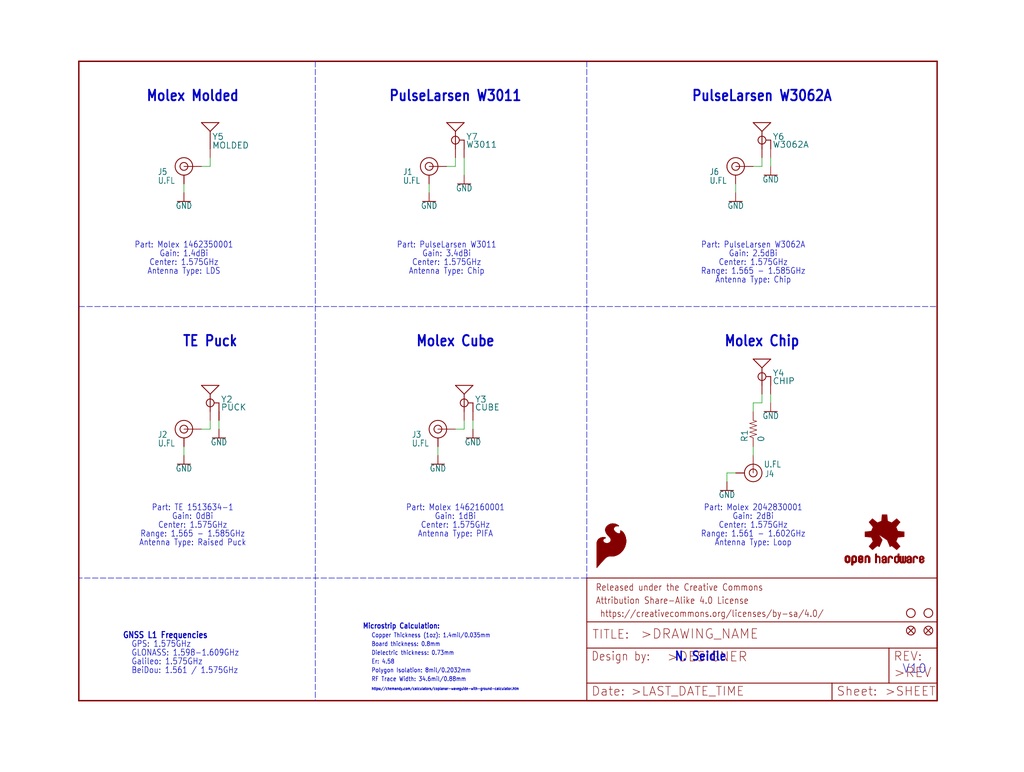
<source format=kicad_sch>
(kicad_sch (version 20211123) (generator eeschema)
  (paper "User" 297.002 223.926)
  (lib_symbols
    (symbol "eagleSchem-eagle-import:0OHM-0402-1{slash}10W"
      (property "Reference" "R" (at 0 1.524 0))
      (property "Value" "0OHM-0402-1{slash}10W" (at 0 -1.524 0))
      (symbol "0OHM-0402-1{slash}10W_1_0"
        (pin passive line (at -5.08 0 0) (length 2.54) (name "1") (number "1"))
        (pin passive line (at 5.08 0 180) (length 2.54) (name "2") (number "2"))
      )
    )
    (symbol "eagleSchem-eagle-import:FIDUCIAL1X2")
    (symbol "eagleSchem-eagle-import:FRAME-LETTER"
      (symbol "FRAME-LETTER_2_0"
        (text " https://creativecommons.org/licenses/by-sa/4.0/" (at 2.54 24.13 0) (effects (font (size 1.9304 1.6408)) (justify left bottom)))
        (text ">DESIGNER" (at 23.114 11.176 0) (effects (font (size 2.7432 2.7432)) (justify left bottom)))
        (text ">DRAWING_NAME" (at 15.494 17.78 0) (effects (font (size 2.7432 2.7432)) (justify left bottom)))
        (text ">LAST_DATE_TIME" (at 12.7 1.27 0) (effects (font (size 2.54 2.54)) (justify left bottom)))
        (text ">REV" (at 88.9 6.604 0) (effects (font (size 2.7432 2.7432)) (justify left bottom)))
        (text ">SHEET" (at 86.36 1.27 0) (effects (font (size 2.54 2.54)) (justify left bottom)))
        (text "Attribution Share-Alike 4.0 License" (at 2.54 27.94 0) (effects (font (size 1.9304 1.6408)) (justify left bottom)))
        (text "Date:" (at 1.27 1.27 0) (effects (font (size 2.54 2.54)) (justify left bottom)))
        (text "Design by:" (at 1.27 11.43 0) (effects (font (size 2.54 2.159)) (justify left bottom)))
        (text "Released under the Creative Commons" (at 2.54 31.75 0) (effects (font (size 1.9304 1.6408)) (justify left bottom)))
        (text "REV:" (at 88.9 11.43 0) (effects (font (size 2.54 2.54)) (justify left bottom)))
        (text "Sheet:" (at 72.39 1.27 0) (effects (font (size 2.54 2.54)) (justify left bottom)))
        (text "TITLE:" (at 1.524 17.78 0) (effects (font (size 2.54 2.54)) (justify left bottom)))
      )
    )
    (symbol "eagleSchem-eagle-import:GND" (power)
      (property "Value" "GND" (at 0 -0.254 0))
      (symbol "GND_1_0"
        (pin power_in line (at 0 2.54 270) (length 2.54) (name "GND") (number "1"))
      )
    )
    (symbol "eagleSchem-eagle-import:GPS_CHIP_ANTENNA2042830001"
      (property "Reference" "Y" (at 3.048 -5.08 0))
      (property "Value" "GPS_CHIP_ANTENNA2042830001" (at 3.048 -7.366 0))
      (symbol "GPS_CHIP_ANTENNA2042830001_1_0"
        (pin bidirectional line (at 2.54 -10.16 90) (length 2.54) (name "GND") (number "1"))
        (pin bidirectional line (at 2.54 -10.16 90) (length 2.54) (name "GND") (number "2"))
        (pin bidirectional line (at 2.54 -10.16 90) (length 2.54) (name "GND") (number "3"))
        (pin bidirectional line (at 0 -10.16 90) (length 2.54) (name "SIGNAL") (number "FEED"))
      )
    )
    (symbol "eagleSchem-eagle-import:GPS_CHIP_ANTENNACUBE"
      (property "Reference" "Y" (at 3.048 -5.08 0))
      (property "Value" "GPS_CHIP_ANTENNACUBE" (at 3.048 -7.366 0))
      (symbol "GPS_CHIP_ANTENNACUBE_1_0"
        (pin bidirectional line (at 0 -10.16 90) (length 2.54) (name "SIGNAL") (number "FEED"))
        (pin bidirectional line (at 2.54 -10.16 90) (length 2.54) (name "GND") (number "GND"))
      )
    )
    (symbol "eagleSchem-eagle-import:GPS_CHIP_ANTENNAPUCK"
      (property "Reference" "Y" (at 3.048 -5.08 0))
      (property "Value" "GPS_CHIP_ANTENNAPUCK" (at 3.048 -7.366 0))
      (symbol "GPS_CHIP_ANTENNAPUCK_1_0"
        (pin bidirectional line (at 2.54 -10.16 90) (length 2.54) (name "GND") (number "1"))
        (pin bidirectional line (at 2.54 -10.16 90) (length 2.54) (name "GND") (number "2"))
        (pin bidirectional line (at 2.54 -10.16 90) (length 2.54) (name "GND") (number "3"))
        (pin bidirectional line (at 0 -10.16 90) (length 2.54) (name "SIGNAL") (number "S"))
      )
    )
    (symbol "eagleSchem-eagle-import:GPS_CHIP_ANTENNAW3011"
      (property "Reference" "Y" (at 3.048 -5.08 0))
      (property "Value" "GPS_CHIP_ANTENNAW3011" (at 3.048 -7.366 0))
      (symbol "GPS_CHIP_ANTENNAW3011_1_0"
        (pin bidirectional line (at 0 -10.16 90) (length 2.54) (name "SIGNAL") (number "1"))
        (pin bidirectional line (at 2.54 -10.16 90) (length 2.54) (name "GND") (number "2"))
        (pin bidirectional line (at 2.54 -10.16 90) (length 2.54) (name "GND") (number "3"))
      )
    )
    (symbol "eagleSchem-eagle-import:GPS_CHIP_ANTENNAW3062A"
      (property "Reference" "Y" (at 3.048 -5.08 0))
      (property "Value" "GPS_CHIP_ANTENNAW3062A" (at 3.048 -7.366 0))
      (symbol "GPS_CHIP_ANTENNAW3062A_1_0"
        (pin bidirectional line (at 0 -10.16 90) (length 2.54) (name "SIGNAL") (number "FEED"))
        (pin bidirectional line (at 2.54 -10.16 90) (length 2.54) (name "GND") (number "GND"))
      )
    )
    (symbol "eagleSchem-eagle-import:GPS_CHIP_ANTENNA_NOGNDMOLDED"
      (property "Reference" "Y" (at 0.508 0 0))
      (property "Value" "GPS_CHIP_ANTENNA_NOGNDMOLDED" (at 0.508 -2.54 0))
      (symbol "GPS_CHIP_ANTENNA_NOGNDMOLDED_1_0"
        (pin bidirectional line (at 0 -5.08 90) (length 2.54) (name "SIGNAL") (number "FEED"))
      )
    )
    (symbol "eagleSchem-eagle-import:OSHW-LOGOS")
    (symbol "eagleSchem-eagle-import:SFE_LOGO_FLAME.1EXP")
    (symbol "eagleSchem-eagle-import:STAND-OFF")
    (symbol "eagleSchem-eagle-import:U.FL2PIN"
      (property "Reference" "J" (at 2.54 -5.08 0))
      (property "Value" "U.FL2PIN" (at 2.54 -7.62 0))
      (symbol "U.FL2PIN_1_0"
        (pin bidirectional line (at 0 -5.08 90) (length 2.54) (name "GND") (number "1"))
        (pin bidirectional line (at 0 -5.08 90) (length 2.54) (name "GND") (number "2"))
        (pin bidirectional line (at 5.08 0 180) (length 5.08) (name "SIGNAL") (number "FEED"))
      )
    )
  )
  (wire (pts (xy 127 132.08) (xy 127 129.54)))
  (wire (pts (xy 223.52 48.26) (xy 223.52 45.72)))
  (wire (pts (xy 210.82 137.16) (xy 210.82 139.7)))
  (wire (pts (xy 220.98 116.84) (xy 220.98 114.3)))
  (wire (pts (xy 134.62 124.46) (xy 134.62 121.92)))
  (wire (pts (xy 218.44 132.08) (xy 218.44 129.54)))
  (wire (pts (xy 213.36 55.88) (xy 213.36 53.34)))
  (wire (pts (xy 60.96 45.72) (xy 60.96 48.26)))
  (wire (pts (xy 58.42 124.46) (xy 60.96 124.46)))
  (wire (pts (xy 218.44 119.38) (xy 218.44 116.84)))
  (wire (pts (xy 220.98 48.26) (xy 220.98 45.72)))
  (wire (pts (xy 218.44 48.26) (xy 220.98 48.26)))
  (polyline (pts (xy 22.86 88.9) (xy 271.78 88.9)))
  (wire (pts (xy 60.96 48.26) (xy 58.42 48.26)))
  (wire (pts (xy 63.5 124.46) (xy 63.5 121.92)))
  (wire (pts (xy 53.34 132.08) (xy 53.34 129.54)))
  (polyline (pts (xy 91.44 17.78) (xy 91.44 203.2)))
  (wire (pts (xy 137.16 124.46) (xy 137.16 121.92)))
  (wire (pts (xy 218.44 116.84) (xy 220.98 116.84)))
  (wire (pts (xy 53.34 55.88) (xy 53.34 53.34)))
  (wire (pts (xy 134.62 45.72) (xy 134.62 50.8)))
  (wire (pts (xy 223.52 116.84) (xy 223.52 114.3)))
  (wire (pts (xy 132.08 48.26) (xy 132.08 45.72)))
  (wire (pts (xy 213.36 137.16) (xy 210.82 137.16)))
  (wire (pts (xy 60.96 124.46) (xy 60.96 121.92)))
  (polyline (pts (xy 170.18 17.78) (xy 170.18 167.64)))
  (wire (pts (xy 132.08 124.46) (xy 134.62 124.46)))
  (wire (pts (xy 124.46 53.34) (xy 124.46 55.88)))
  (wire (pts (xy 129.54 48.26) (xy 132.08 48.26)))
  (polyline (pts (xy 170.18 167.64) (xy 22.86 167.64)))
  (text "Molex Molded" (at 55.88 27.94 180) (effects (font (size 3.048 2.5908) (thickness 0.5182) bold)))
  (text "Part: Molex 1462350001" (at 53.34 71.12 180) (effects (font (size 1.778 1.5113))))
  (text "Antenna Type: Loop" (at 218.44 157.48 180) (effects (font (size 1.778 1.5113))))
  (text "Range: 1.565 - 1.585GHz" (at 55.88 154.94 180) (effects (font (size 1.778 1.5113))))
  (text "BeiDou: 1.561 / 1.575GHz" (at 38.1 195.58 180) (effects (font (size 1.778 1.5113)) (justify left bottom)))
  (text "Gain: 3.4dBi" (at 129.54 73.66 180) (effects (font (size 1.778 1.5113))))
  (text "PulseLarsen W3062A" (at 220.98 27.94 180) (effects (font (size 3.048 2.5908) (thickness 0.5182) bold)))
  (text "Center: 1.575GHz" (at 129.54 76.2 180) (effects (font (size 1.778 1.5113))))
  (text "Antenna Type: LDS" (at 53.34 78.74 180) (effects (font (size 1.778 1.5113))))
  (text "Antenna Type: Chip" (at 218.44 81.28 180) (effects (font (size 1.778 1.5113))))
  (text "GPS: 1.575GHz" (at 38.1 187.96 180) (effects (font (size 1.778 1.5113)) (justify left bottom)))
  (text "Gain: 2dBi" (at 218.44 149.86 180) (effects (font (size 1.778 1.5113))))
  (text "N. Seidle" (at 203.2 190.5 180) (effects (font (size 2.54 2.159) (thickness 0.4318) bold)))
  (text "Part: Molex 2042830001" (at 218.44 147.32 180) (effects (font (size 1.778 1.5113))))
  (text "RF Trace Width: 34.6mil/0.88mm" (at 107.696 197.866 180) (effects (font (size 1.27 1.0795)) (justify left bottom)))
  (text "Center: 1.575GHz" (at 218.44 76.2 180) (effects (font (size 1.778 1.5113))))
  (text "Part: Molex 1462160001" (at 132.08 147.32 180) (effects (font (size 1.778 1.5113))))
  (text "Gain: 2.5dBi" (at 218.44 73.66 180) (effects (font (size 1.778 1.5113))))
  (text "https://chemandy.com/calculators/coplanar-waveguide-with-ground-calculator.htm" (at 107.696 200.406 0) (effects (font (size 0.762 0.6477)) (justify left bottom)))
  (text "Part: PulseLarsen W3062A" (at 218.44 71.12 180) (effects (font (size 1.778 1.5113))))
  (text "V10" (at 261.62 195.58 180) (effects (font (size 2.54 2.54)) (justify left bottom)))
  (text "Polygon Isolation: 8mil/0.2032mm" (at 107.696 195.326 180) (effects (font (size 1.27 1.0795)) (justify left bottom)))
  (text "Galileo: 1.575GHz" (at 38.1 193.04 180) (effects (font (size 1.778 1.5113)) (justify left bottom)))
  (text "Antenna Type: Raised Puck" (at 55.88 157.48 180) (effects (font (size 1.778 1.5113))))
  (text "PulseLarsen W3011" (at 132.08 27.94 180) (effects (font (size 3.048 2.5908) (thickness 0.5182) bold)))
  (text "TE Puck" (at 60.96 99.06 180) (effects (font (size 3.048 2.5908) (thickness 0.5182) bold)))
  (text "Molex Cube" (at 132.08 99.06 180) (effects (font (size 3.048 2.5908) (thickness 0.5182) bold)))
  (text "Part: TE 1513634-1" (at 55.88 147.32 180) (effects (font (size 1.778 1.5113))))
  (text "Gain: 1.4dBi" (at 53.34 73.66 180) (effects (font (size 1.778 1.5113))))
  (text "Dielectric thickness: 0.73mm" (at 107.696 190.246 180) (effects (font (size 1.27 1.0795)) (justify left bottom)))
  (text "Center: 1.575GHz" (at 53.34 76.2 180) (effects (font (size 1.778 1.5113))))
  (text "Copper Thickness (1oz): 1.4mil/0.035mm" (at 107.696 185.166 180) (effects (font (size 1.27 1.0795)) (justify left bottom)))
  (text "Antenna Type: Chip" (at 129.54 78.74 180) (effects (font (size 1.778 1.5113))))
  (text "Range: 1.561 - 1.602GHz" (at 218.44 154.94 180) (effects (font (size 1.778 1.5113))))
  (text "Center: 1.575GHz" (at 55.88 152.4 180) (effects (font (size 1.778 1.5113))))
  (text "GLONASS: 1.598-1.609GHz" (at 38.1 190.5 180) (effects (font (size 1.778 1.5113)) (justify left bottom)))
  (text "Center: 1.575GHz" (at 218.44 152.4 180) (effects (font (size 1.778 1.5113))))
  (text "Molex Chip" (at 220.98 99.06 180) (effects (font (size 3.048 2.5908) (thickness 0.5182) bold)))
  (text "Center: 1.575GHz" (at 132.08 152.4 180) (effects (font (size 1.778 1.5113))))
  (text "Antenna Type: PIFA" (at 132.08 154.94 180) (effects (font (size 1.778 1.5113))))
  (text "GNSS L1 Frequencies" (at 35.56 185.42 180) (effects (font (size 1.778 1.5113) (thickness 0.3023) bold) (justify left bottom)))
  (text "Range: 1.565 - 1.585GHz" (at 218.44 78.74 180) (effects (font (size 1.778 1.5113))))
  (text "Gain: 1dBi" (at 132.08 149.86 180) (effects (font (size 1.778 1.5113))))
  (text "Microstrip Calculation:" (at 105.156 182.626 180) (effects (font (size 1.524 1.2954) (thickness 0.2591) bold) (justify left bottom)))
  (text "Part: PulseLarsen W3011" (at 129.54 71.12 180) (effects (font (size 1.778 1.5113))))
  (text "Gain: 0dBi" (at 55.88 149.86 180) (effects (font (size 1.778 1.5113))))
  (text "Er: 4.58" (at 107.696 192.786 180) (effects (font (size 1.27 1.0795)) (justify left bottom)))
  (text "Board thickness: 0.8mm" (at 107.696 187.706 180) (effects (font (size 1.27 1.0795)) (justify left bottom)))
  (symbol (lib_id "eagleSchem-eagle-import:STAND-OFF") (at 269.24 177.8 0) (unit 1)
    (property "Reference" "JP6" (effects hide))
    (property "Value" "STAND-OFF" (effects hide))
    (property "Footprint" "eagleSchem:STAND-OFF" (effects hide))
  )
  (symbol (lib_id "eagleSchem-eagle-import:U.FL2PIN") (at 127 124.46 0) (unit 1)
    (property "Reference" "J3" (at 119.38 127 0) (effects (font (size 1.778 1.5113)) (justify left bottom)))
    (property "Value" "U.FL" (at 119.38 129.54 0) (effects (font (size 1.778 1.5113)) (justify left bottom)))
    (property "Footprint" "eagleSchem:U.FL" (effects hide))
  )
  (symbol (lib_id "eagleSchem-eagle-import:GND") (at 213.36 58.42 0) (unit 1)
    (property "Reference" "#GND10" (effects hide))
    (property "Value" "GND" (at 213.36 58.674 0) (effects (font (size 1.778 1.5113)) (justify top)))
    (property "Footprint" "eagleSchem:" (effects hide))
  )
  (symbol (lib_id "eagleSchem-eagle-import:SFE_LOGO_FLAME.1EXP") (at 172.72 165.1 0) (unit 1)
    (property "Reference" "LOGO2" (effects hide))
    (property "Value" "SFE_LOGO_FLAME.1EXP" (effects hide))
    (property "Footprint" "eagleSchem:SFE_LOGO_FLAME_COPPER_EXPOSED_.1" (effects hide))
  )
  (symbol (lib_id "eagleSchem-eagle-import:SFE_LOGO_FLAME.1EXP") (at 172.72 165.1 0) (unit 1)
    (property "Reference" "LOGO1" (effects hide))
    (property "Value" "SFE_LOGO_FLAME.1EXP" (effects hide))
    (property "Footprint" "eagleSchem:SFE_LOGO_FLAME_COPPER_EXPOSED_.1" (effects hide))
  )
  (symbol (lib_id "eagleSchem-eagle-import:GND") (at 127 134.62 0) (unit 1)
    (property "Reference" "#GND5" (effects hide))
    (property "Value" "GND" (at 127 134.874 0) (effects (font (size 1.778 1.5113)) (justify top)))
    (property "Footprint" "eagleSchem:" (effects hide))
  )
  (symbol (lib_id "eagleSchem-eagle-import:GND") (at 124.46 58.42 0) (unit 1)
    (property "Reference" "#GND1" (effects hide))
    (property "Value" "GND" (at 124.46 58.674 0) (effects (font (size 1.778 1.5113)) (justify top)))
    (property "Footprint" "eagleSchem:" (effects hide))
  )
  (symbol (lib_id "eagleSchem-eagle-import:GND") (at 137.16 127 0) (unit 1)
    (property "Reference" "#GND6" (effects hide))
    (property "Value" "GND" (at 137.16 127.254 0) (effects (font (size 1.778 1.5113)) (justify top)))
    (property "Footprint" "eagleSchem:" (effects hide))
  )
  (symbol (lib_id "eagleSchem-eagle-import:U.FL2PIN") (at 218.44 137.16 270) (mirror x) (unit 1)
    (property "Reference" "J4" (at 221.742 138.43 90) (effects (font (size 1.778 1.5113)) (justify left top)))
    (property "Value" "U.FL" (at 221.488 135.636 90) (effects (font (size 1.778 1.5113)) (justify left top)))
    (property "Footprint" "eagleSchem:U.FL" (effects hide))
  )
  (symbol (lib_id "eagleSchem-eagle-import:FIDUCIAL1X2") (at 269.24 182.88 0) (unit 1)
    (property "Reference" "JP9" (effects hide))
    (property "Value" "FIDUCIAL1X2" (effects hide))
    (property "Footprint" "eagleSchem:FIDUCIAL-1X2" (effects hide))
  )
  (symbol (lib_id "eagleSchem-eagle-import:SFE_LOGO_FLAME.1EXP") (at 172.72 165.1 0) (unit 1)
    (property "Reference" "LOGO6" (effects hide))
    (property "Value" "SFE_LOGO_FLAME.1EXP" (effects hide))
    (property "Footprint" "eagleSchem:SFE_LOGO_FLAME_COPPER_EXPOSED_.1" (effects hide))
  )
  (symbol (lib_id "eagleSchem-eagle-import:FRAME-LETTER") (at 170.18 203.2 0) (unit 2)
    (property "Reference" "FRAME1" (effects hide))
    (property "Value" "FRAME-LETTER" (effects hide))
    (property "Footprint" "eagleSchem:CREATIVE_COMMONS" (effects hide))
  )
  (symbol (lib_id "eagleSchem-eagle-import:GPS_CHIP_ANTENNAW3011") (at 132.08 35.56 0) (unit 1)
    (property "Reference" "Y7" (at 135.128 40.64 0) (effects (font (size 1.778 1.778)) (justify left bottom)))
    (property "Value" "W3011" (at 135.128 42.926 0) (effects (font (size 1.778 1.778)) (justify left bottom)))
    (property "Footprint" "eagleSchem:W3011" (effects hide))
  )
  (symbol (lib_id "eagleSchem-eagle-import:SFE_LOGO_FLAME.1EXP") (at 172.72 165.1 0) (unit 1)
    (property "Reference" "LOGO4" (effects hide))
    (property "Value" "SFE_LOGO_FLAME.1EXP" (effects hide))
    (property "Footprint" "eagleSchem:SFE_LOGO_FLAME_COPPER_EXPOSED_.1" (effects hide))
  )
  (symbol (lib_id "eagleSchem-eagle-import:OSHW-LOGOS") (at 256.54 154.94 0) (unit 1)
    (property "Reference" "U$16" (effects hide))
    (property "Value" "OSHW-LOGOS" (effects hide))
    (property "Footprint" "eagleSchem:OSHW-LOGO-S" (effects hide))
  )
  (symbol (lib_id "eagleSchem-eagle-import:GND") (at 223.52 50.8 0) (unit 1)
    (property "Reference" "#GND11" (effects hide))
    (property "Value" "GND" (at 223.52 51.054 0) (effects (font (size 1.778 1.5113)) (justify top)))
    (property "Footprint" "eagleSchem:" (effects hide))
  )
  (symbol (lib_id "eagleSchem-eagle-import:U.FL2PIN") (at 213.36 48.26 0) (unit 1)
    (property "Reference" "J6" (at 205.74 50.8 0) (effects (font (size 1.778 1.5113)) (justify left bottom)))
    (property "Value" "U.FL" (at 205.74 53.34 0) (effects (font (size 1.778 1.5113)) (justify left bottom)))
    (property "Footprint" "eagleSchem:U.FL" (effects hide))
  )
  (symbol (lib_id "eagleSchem-eagle-import:GND") (at 210.82 142.24 0) (unit 1)
    (property "Reference" "#GND8" (effects hide))
    (property "Value" "GND" (at 210.82 142.494 0) (effects (font (size 1.778 1.5113)) (justify top)))
    (property "Footprint" "eagleSchem:" (effects hide))
  )
  (symbol (lib_id "eagleSchem-eagle-import:GPS_CHIP_ANTENNA2042830001") (at 220.98 104.14 0) (unit 1)
    (property "Reference" "Y4" (at 224.028 109.22 0) (effects (font (size 1.778 1.778)) (justify left bottom)))
    (property "Value" "CHIP" (at 224.028 111.506 0) (effects (font (size 1.778 1.778)) (justify left bottom)))
    (property "Footprint" "eagleSchem:MOLEX_GNSS_CHIP" (effects hide))
  )
  (symbol (lib_id "eagleSchem-eagle-import:GND") (at 63.5 127 0) (unit 1)
    (property "Reference" "#GND4" (effects hide))
    (property "Value" "GND" (at 63.5 127.254 0) (effects (font (size 1.778 1.5113)) (justify top)))
    (property "Footprint" "eagleSchem:" (effects hide))
  )
  (symbol (lib_id "eagleSchem-eagle-import:FRAME-LETTER") (at 22.86 203.2 0) (unit 1)
    (property "Reference" "FRAME1" (effects hide))
    (property "Value" "FRAME-LETTER" (effects hide))
    (property "Footprint" "eagleSchem:CREATIVE_COMMONS" (effects hide))
  )
  (symbol (lib_id "eagleSchem-eagle-import:SFE_LOGO_FLAME.1EXP") (at 172.72 165.1 0) (unit 1)
    (property "Reference" "LOGO3" (effects hide))
    (property "Value" "SFE_LOGO_FLAME.1EXP" (effects hide))
    (property "Footprint" "eagleSchem:SFE_LOGO_FLAME_COPPER_EXPOSED_.1" (effects hide))
  )
  (symbol (lib_id "eagleSchem-eagle-import:0OHM-0402-1{slash}10W") (at 218.44 124.46 90) (unit 1)
    (property "Reference" "R1" (at 216.9414 128.27 0) (effects (font (size 1.778 1.778)) (justify left bottom)))
    (property "Value" "0" (at 221.742 128.27 0) (effects (font (size 1.778 1.778)) (justify left bottom)))
    (property "Footprint" "eagleSchem:0402" (effects hide))
  )
  (symbol (lib_id "eagleSchem-eagle-import:GND") (at 134.62 53.34 0) (unit 1)
    (property "Reference" "#GND2" (effects hide))
    (property "Value" "GND" (at 134.62 53.594 0) (effects (font (size 1.778 1.5113)) (justify top)))
    (property "Footprint" "eagleSchem:" (effects hide))
  )
  (symbol (lib_id "eagleSchem-eagle-import:GND") (at 223.52 119.38 0) (unit 1)
    (property "Reference" "#GND7" (effects hide))
    (property "Value" "GND" (at 223.52 119.634 0) (effects (font (size 1.778 1.5113)) (justify top)))
    (property "Footprint" "eagleSchem:" (effects hide))
  )
  (symbol (lib_id "eagleSchem-eagle-import:GND") (at 53.34 58.42 0) (unit 1)
    (property "Reference" "#GND9" (effects hide))
    (property "Value" "GND" (at 53.34 58.674 0) (effects (font (size 1.778 1.5113)) (justify top)))
    (property "Footprint" "eagleSchem:" (effects hide))
  )
  (symbol (lib_id "eagleSchem-eagle-import:SFE_LOGO_FLAME.1EXP") (at 172.72 165.1 0) (unit 1)
    (property "Reference" "LOGO5" (effects hide))
    (property "Value" "SFE_LOGO_FLAME.1EXP" (effects hide))
    (property "Footprint" "eagleSchem:SFE_LOGO_FLAME_COPPER_EXPOSED_.1" (effects hide))
  )
  (symbol (lib_id "eagleSchem-eagle-import:FIDUCIAL1X2") (at 264.16 182.88 0) (unit 1)
    (property "Reference" "JP8" (effects hide))
    (property "Value" "FIDUCIAL1X2" (effects hide))
    (property "Footprint" "eagleSchem:FIDUCIAL-1X2" (effects hide))
  )
  (symbol (lib_id "eagleSchem-eagle-import:STAND-OFF") (at 264.16 177.8 0) (unit 1)
    (property "Reference" "JP5" (effects hide))
    (property "Value" "STAND-OFF" (effects hide))
    (property "Footprint" "eagleSchem:STAND-OFF" (effects hide))
  )
  (symbol (lib_id "eagleSchem-eagle-import:U.FL2PIN") (at 53.34 124.46 0) (unit 1)
    (property "Reference" "J2" (at 45.72 127 0) (effects (font (size 1.778 1.5113)) (justify left bottom)))
    (property "Value" "U.FL" (at 45.72 129.54 0) (effects (font (size 1.778 1.5113)) (justify left bottom)))
    (property "Footprint" "eagleSchem:U.FL" (effects hide))
  )
  (symbol (lib_id "eagleSchem-eagle-import:GPS_CHIP_ANTENNAW3062A") (at 220.98 35.56 0) (unit 1)
    (property "Reference" "Y6" (at 224.028 40.64 0) (effects (font (size 1.778 1.778)) (justify left bottom)))
    (property "Value" "W3062A" (at 224.028 42.926 0) (effects (font (size 1.778 1.778)) (justify left bottom)))
    (property "Footprint" "eagleSchem:W3062A" (effects hide))
  )
  (symbol (lib_id "eagleSchem-eagle-import:U.FL2PIN") (at 124.46 48.26 0) (unit 1)
    (property "Reference" "J1" (at 116.84 50.8 0) (effects (font (size 1.778 1.5113)) (justify left bottom)))
    (property "Value" "U.FL" (at 116.84 53.34 0) (effects (font (size 1.778 1.5113)) (justify left bottom)))
    (property "Footprint" "eagleSchem:U.FL" (effects hide))
  )
  (symbol (lib_id "eagleSchem-eagle-import:GPS_CHIP_ANTENNA_NOGNDMOLDED") (at 60.96 40.64 0) (unit 1)
    (property "Reference" "Y5" (at 61.468 40.64 0) (effects (font (size 1.778 1.778)) (justify left bottom)))
    (property "Value" "MOLDED" (at 61.468 43.18 0) (effects (font (size 1.778 1.778)) (justify left bottom)))
    (property "Footprint" "eagleSchem:MLOEX_GNSS_MOLDED" (effects hide))
  )
  (symbol (lib_id "eagleSchem-eagle-import:GPS_CHIP_ANTENNAPUCK") (at 60.96 111.76 0) (unit 1)
    (property "Reference" "Y2" (at 64.008 116.84 0) (effects (font (size 1.778 1.778)) (justify left bottom)))
    (property "Value" "PUCK" (at 64.008 119.126 0) (effects (font (size 1.778 1.778)) (justify left bottom)))
    (property "Footprint" "eagleSchem:TE_PUCK" (effects hide))
  )
  (symbol (lib_id "eagleSchem-eagle-import:GND") (at 53.34 134.62 0) (unit 1)
    (property "Reference" "#GND3" (effects hide))
    (property "Value" "GND" (at 53.34 134.874 0) (effects (font (size 1.778 1.5113)) (justify top)))
    (property "Footprint" "eagleSchem:" (effects hide))
  )
  (symbol (lib_id "eagleSchem-eagle-import:U.FL2PIN") (at 53.34 48.26 0) (unit 1)
    (property "Reference" "J5" (at 45.72 50.8 0) (effects (font (size 1.778 1.5113)) (justify left bottom)))
    (property "Value" "U.FL" (at 45.72 53.34 0) (effects (font (size 1.778 1.5113)) (justify left bottom)))
    (property "Footprint" "eagleSchem:U.FL" (effects hide))
  )
  (symbol (lib_id "eagleSchem-eagle-import:GPS_CHIP_ANTENNACUBE") (at 134.62 111.76 0) (unit 1)
    (property "Reference" "Y3" (at 137.668 116.84 0) (effects (font (size 1.778 1.778)) (justify left bottom)))
    (property "Value" "CUBE" (at 137.668 119.126 0) (effects (font (size 1.778 1.778)) (justify left bottom)))
    (property "Footprint" "eagleSchem:MOLEX_GNSS_CUBE" (effects hide))
  )
)
</source>
